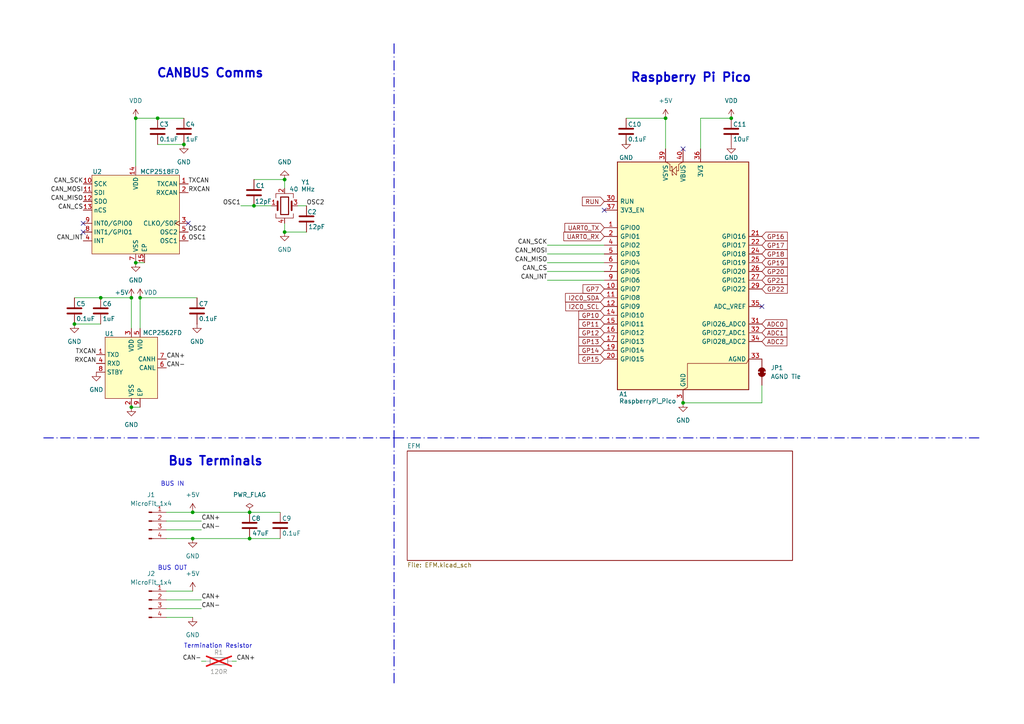
<source format=kicad_sch>
(kicad_sch (version 20250114) (generator "eeschema") (generator_version "9.0")
  (paper "A4")
  (title_block (title "LEOS Stack - Microcontroller & Connectivity") (date "2025-09-26") (rev "2") (company "VIP Lightning From the Edge of Space"))
  (lib_symbols
    (symbol "Connector:Conn_01x04_Pin" (pin_names (offset 1.016) (hide yes))
      (property "Reference" "J" (at 0 5.08 0))
      (property "Value" "Conn_01x04_Pin" (at 0 -7.62 0))
      (symbol "Conn_01x04_Pin_1_1"
        (rectangle (start 0.8636 2.667) (end 0 2.413) (stroke (width 0.1524)) (fill (type outline)))
        (rectangle (start 0.8636 0.127) (end 0 -0.127) (stroke (width 0.1524)) (fill (type outline)))
        (rectangle (start 0.8636 -2.413) (end 0 -2.667) (stroke (width 0.1524)) (fill (type outline)))
        (rectangle (start 0.8636 -4.953) (end 0 -5.207) (stroke (width 0.1524)) (fill (type outline)))
        (polyline (pts (xy 1.27 2.54) (xy 0.8636 2.54)) (stroke (width 0.1524)))
        (polyline (pts (xy 1.27 0) (xy 0.8636 0)) (stroke (width 0.1524)))
        (polyline (pts (xy 1.27 -2.54) (xy 0.8636 -2.54)) (stroke (width 0.1524)))
        (polyline (pts (xy 1.27 -5.08) (xy 0.8636 -5.08)) (stroke (width 0.1524)))
        (pin passive line (at 5.08 2.54 180) (length 3.81) (name "Pin_1") (number "1"))
        (pin passive line (at 5.08 0 180) (length 3.81) (name "Pin_2") (number "2"))
        (pin passive line (at 5.08 -2.54 180) (length 3.81) (name "Pin_3") (number "3"))
        (pin passive line (at 5.08 -5.08 180) (length 3.81) (name "Pin_4") (number "4"))
      )
    )
    (symbol "Device:C" (pin_numbers (hide yes)) (pin_names (offset 0.254))
      (property "Reference" "C" (at 0.635 2.54 0))
      (property "Value" "C" (at 0.635 -2.54 0))
      (symbol "C_0_1"
        (polyline (pts (xy -2.032 0.762) (xy 2.032 0.762)) (stroke (width 0.508)))
        (polyline (pts (xy -2.032 -0.762) (xy 2.032 -0.762)) (stroke (width 0.508)))
      )
      (symbol "C_1_1"
        (pin passive line (at 0 3.81 270) (length 2.794) (name "~") (number "1"))
        (pin passive line (at 0 -3.81 90) (length 2.794) (name "~") (number "2"))
      )
    )
    (symbol "Device:Crystal_GND24" (pin_names (offset 1.016) (hide yes))
      (property "Reference" "Y" (at 3.175 5.08 0))
      (property "Value" "Crystal_GND24" (at 3.175 3.175 0))
      (symbol "Crystal_GND24_0_1"
        (polyline (pts (xy -2.54 2.286) (xy -2.54 3.556) (xy 2.54 3.556) (xy 2.54 2.286)))
        (polyline (pts (xy -2.54 0) (xy -2.032 0)))
        (polyline (pts (xy -2.54 -2.286) (xy -2.54 -3.556) (xy 2.54 -3.556) (xy 2.54 -2.286)))
        (polyline (pts (xy -2.032 -1.27) (xy -2.032 1.27)) (stroke (width 0.508)))
        (rectangle (start -1.143 2.54) (end 1.143 -2.54) (stroke (width 0.3048)))
        (polyline (pts (xy 0 3.556) (xy 0 3.81)))
        (polyline (pts (xy 0 -3.81) (xy 0 -3.556)))
        (polyline (pts (xy 2.032 0) (xy 2.54 0)))
        (polyline (pts (xy 2.032 -1.27) (xy 2.032 1.27)) (stroke (width 0.508)))
      )
      (symbol "Crystal_GND24_1_1"
        (pin passive line (at -3.81 0 0) (length 1.27) (name "1") (number "1"))
        (pin passive line (at 0 5.08 270) (length 1.27) (name "2") (number "2"))
        (pin passive line (at 0 -5.08 90) (length 1.27) (name "4") (number "4"))
        (pin passive line (at 3.81 0 180) (length 1.27) (name "3") (number "3"))
      )
    )
    (symbol "Device:R" (pin_numbers (hide yes)) (pin_names (offset 0))
      (property "Reference" "R" (at 2.032 0 90))
      (property "Value" "R" (at 0 0 90))
      (symbol "R_0_1"
        (rectangle (start -1.016 -2.54) (end 1.016 2.54) (stroke (width 0.254)))
      )
      (symbol "R_1_1"
        (pin passive line (at 0 3.81 270) (length 1.27) (name "~") (number "1"))
        (pin passive line (at 0 -3.81 90) (length 1.27) (name "~") (number "2"))
      )
    )
    (symbol "Jumper:SolderJumper_2_Bridged" (pin_numbers (hide yes)) (pin_names (offset 0) (hide yes)) (in_bom no)
      (property "Reference" "JP" (at 0 2.032 0))
      (property "Value" "SolderJumper_2_Bridged" (at 0 -2.54 0))
      (symbol "SolderJumper_2_Bridged_0_1"
        (rectangle (start -0.508 0.508) (end 0.508 -0.508) (fill (type outline)))
        (polyline (pts (xy -0.254 1.016) (xy -0.254 -1.016)))
        (arc (start -0.254 -1.016) (mid -1.2656 0) (end -0.254 1.016))
        (arc (start -0.254 -1.016) (mid -1.2656 0) (end -0.254 1.016) (fill (type outline)))
        (arc (start 0.254 1.016) (mid 1.2656 0) (end 0.254 -1.016))
        (arc (start 0.254 1.016) (mid 1.2656 0) (end 0.254 -1.016) (fill (type outline)))
        (polyline (pts (xy 0.254 1.016) (xy 0.254 -1.016)))
      )
      (symbol "SolderJumper_2_Bridged_1_1"
        (pin passive line (at -3.81 0 0) (length 2.54) (name "A") (number "1"))
        (pin passive line (at 3.81 0 180) (length 2.54) (name "B") (number "2"))
      )
    )
    (symbol "LEOS:MCP2518FD"
      (property "Reference" "U" (at -11.684 11.43 0))
      (property "Value" "MCP2518FD" (at 6.604 11.43 0))
      (symbol "MCP2518FD_1_1"
        (rectangle (start -12.7 10.16) (end 12.7 -12.7) (fill (type background)))
        (pin input line (at -15.24 7.62 0) (length 2.54) (name "SCK") (number "10"))
        (pin input line (at -15.24 5.08 0) (length 2.54) (name "SDI") (number "11"))
        (pin output line (at -15.24 2.54 0) (length 2.54) (name "SDO") (number "12"))
        (pin input line (at -15.24 0 0) (length 2.54) (name "nCS") (number "13"))
        (pin bidirectional line (at -15.24 -3.81 0) (length 2.54) (name "INT0/GPIO0") (number "9"))
        (pin bidirectional line (at -15.24 -6.35 0) (length 2.54) (name "INT1/GPIO1") (number "8"))
        (pin output line (at -15.24 -8.89 0) (length 2.54) (name "INT") (number "4"))
        (pin power_in line (at 0 12.7 270) (length 2.54) (name "VDD") (number "14"))
        (pin power_in line (at 0 -15.24 90) (length 2.54) (name "VSS") (number "7"))
        (pin power_in line (at 2.54 -15.24 90) (length 2.54) (name "EP") (number "15"))
        (pin output line (at 15.24 7.62 180) (length 2.54) (name "TXCAN") (number "1"))
        (pin input line (at 15.24 5.08 180) (length 2.54) (name "RXCAN") (number "2"))
        (pin output clock (at 15.24 -3.81 180) (length 2.54) (name "CLKO/SOF") (number "3"))
        (pin output line (at 15.24 -6.35 180) (length 2.54) (name "OSC2") (number "5"))
        (pin input line (at 15.24 -8.89 180) (length 2.54) (name "OSC1") (number "6"))
      )
    )
    (symbol "LEOS:MCP2562FD"
      (property "Reference" "U" (at -6.858 9.906 0))
      (property "Value" "MCP2562FD" (at 8.636 9.906 0))
      (symbol "MCP2562FD_1_1"
        (rectangle (start -7.62 8.89) (end 7.62 -8.89) (fill (type background)))
        (pin input line (at -10.16 3.81 0) (length 2.54) (name "TXD") (number "1"))
        (pin output line (at -10.16 1.27 0) (length 2.54) (name "RXD") (number "4"))
        (pin input line (at -10.16 -1.27 0) (length 2.54) (name "STBY") (number "8"))
        (pin power_in line (at 0 11.43 270) (length 2.54) (name "VDD") (number "3"))
        (pin power_in line (at 0 -11.43 90) (length 2.54) (name "VSS") (number "2"))
        (pin power_in line (at 2.54 11.43 270) (length 2.54) (name "VIO") (number "5"))
        (pin power_in line (at 2.54 -11.43 90) (length 2.54) (name "EP") (number "9"))
        (pin bidirectional line (at 10.16 2.54 180) (length 2.54) (name "CANH") (number "7"))
        (pin bidirectional line (at 10.16 0 180) (length 2.54) (name "CANL") (number "6"))
      )
    )
    (symbol "MCU_Module:RaspberryPi_Pico" (pin_names (offset 0.762))
      (property "Reference" "A" (at -19.05 35.56 0))
      (property "Value" "RaspberryPi_Pico" (at 7.62 35.56 0))
      (symbol "RaspberryPi_Pico_0_1"
        (rectangle (start -19.05 34.29) (end 19.05 -31.75) (stroke (width 0.254)) (fill (type background)))
        (polyline (pts (xy -5.08 34.29) (xy -3.81 33.655) (xy -3.81 31.75) (xy -3.175 31.75)))
        (polyline (pts (xy -3.429 32.766) (xy -3.429 33.02) (xy -3.175 33.02) (xy -3.175 30.48) (xy -2.921 30.48) (xy -2.921 30.734)))
        (polyline (pts (xy -3.175 31.75) (xy -1.905 33.02) (xy -1.905 30.48) (xy -3.175 31.75)))
        (polyline (pts (xy 0 34.29) (xy -1.27 33.655) (xy -1.27 31.75) (xy -1.905 31.75)))
        (polyline (pts (xy 0 -31.75) (xy 1.27 -31.115) (xy 1.27 -24.13) (xy 18.415 -24.13) (xy 19.05 -22.86)))
      )
      (symbol "RaspberryPi_Pico_1_1"
        (pin passive line (at -22.86 22.86 0) (length 3.81) (name "RUN") (number "30"))
        (pin passive line (at -22.86 20.32 0) (length 3.81) (name "3V3_EN") (number "37"))
        (pin bidirectional line (at -22.86 15.24 0) (length 3.81) (name "GPIO0") (number "1"))
        (pin bidirectional line (at -22.86 12.7 0) (length 3.81) (name "GPIO1") (number "2"))
        (pin bidirectional line (at -22.86 10.16 0) (length 3.81) (name "GPIO2") (number "4"))
        (pin bidirectional line (at -22.86 7.62 0) (length 3.81) (name "GPIO3") (number "5"))
        (pin bidirectional line (at -22.86 5.08 0) (length 3.81) (name "GPIO4") (number "6"))
        (pin bidirectional line (at -22.86 2.54 0) (length 3.81) (name "GPIO5") (number "7"))
        (pin bidirectional line (at -22.86 0 0) (length 3.81) (name "GPIO6") (number "9"))
        (pin bidirectional line (at -22.86 -2.54 0) (length 3.81) (name "GPIO7") (number "10"))
        (pin bidirectional line (at -22.86 -5.08 0) (length 3.81) (name "GPIO8") (number "11"))
        (pin bidirectional line (at -22.86 -7.62 0) (length 3.81) (name "GPIO9") (number "12"))
        (pin bidirectional line (at -22.86 -10.16 0) (length 3.81) (name "GPIO10") (number "14"))
        (pin bidirectional line (at -22.86 -12.7 0) (length 3.81) (name "GPIO11") (number "15"))
        (pin bidirectional line (at -22.86 -15.24 0) (length 3.81) (name "GPIO12") (number "16"))
        (pin bidirectional line (at -22.86 -17.78 0) (length 3.81) (name "GPIO13") (number "17"))
        (pin bidirectional line (at -22.86 -20.32 0) (length 3.81) (name "GPIO14") (number "19"))
        (pin bidirectional line (at -22.86 -22.86 0) (length 3.81) (name "GPIO15") (number "20"))
        (pin power_in line (at -5.08 38.1 270) (length 3.81) (name "VSYS") (number "39"))
        (pin power_out line (at 0 38.1 270) (length 3.81) (name "VBUS") (number "40"))
        (pin passive line (at 0 -35.56 90) (length 3.81) (hide yes) (name "GND") (number "13"))
        (pin passive line (at 0 -35.56 90) (length 3.81) (hide yes) (name "GND") (number "18"))
        (pin passive line (at 0 -35.56 90) (length 3.81) (hide yes) (name "GND") (number "23"))
        (pin passive line (at 0 -35.56 90) (length 3.81) (hide yes) (name "GND") (number "28"))
        (pin power_out line (at 0 -35.56 90) (length 3.81) (name "GND") (number "3"))
        (pin passive line (at 0 -35.56 90) (length 3.81) (hide yes) (name "GND") (number "38"))
        (pin passive line (at 0 -35.56 90) (length 3.81) (hide yes) (name "GND") (number "8"))
        (pin power_out line (at 5.08 38.1 270) (length 3.81) (name "3V3") (number "36"))
        (pin bidirectional line (at 22.86 12.7 180) (length 3.81) (name "GPIO16") (number "21"))
        (pin bidirectional line (at 22.86 10.16 180) (length 3.81) (name "GPIO17") (number "22"))
        (pin bidirectional line (at 22.86 7.62 180) (length 3.81) (name "GPIO18") (number "24"))
        (pin bidirectional line (at 22.86 5.08 180) (length 3.81) (name "GPIO19") (number "25"))
        (pin bidirectional line (at 22.86 2.54 180) (length 3.81) (name "GPIO20") (number "26"))
        (pin bidirectional line (at 22.86 0 180) (length 3.81) (name "GPIO21") (number "27"))
        (pin bidirectional line (at 22.86 -2.54 180) (length 3.81) (name "GPIO22") (number "29"))
        (pin power_in line (at 22.86 -7.62 180) (length 3.81) (name "ADC_VREF") (number "35"))
        (pin bidirectional line (at 22.86 -12.7 180) (length 3.81) (name "GPIO26_ADC0") (number "31"))
        (pin bidirectional line (at 22.86 -15.24 180) (length 3.81) (name "GPIO27_ADC1") (number "32"))
        (pin bidirectional line (at 22.86 -17.78 180) (length 3.81) (name "GPIO28_ADC2") (number "34"))
        (pin power_out line (at 22.86 -22.86 180) (length 3.81) (name "AGND") (number "33"))
      )
    )
    (symbol "power:+5V" (power) (pin_numbers (hide yes)) (pin_names (offset 0) (hide yes))
      (property "Value" "+5V" (at 0 3.556 0))
      (symbol "+5V_0_1"
        (polyline (pts (xy -0.762 1.27) (xy 0 2.54)))
        (polyline (pts (xy 0 2.54) (xy 0.762 1.27)))
        (polyline (pts (xy 0 0) (xy 0 2.54)))
      )
      (symbol "+5V_1_1"
        (pin power_in line (at 0 0 90) (length 0) (name "~") (number "1"))
      )
    )
    (symbol "power:GND" (power) (pin_numbers (hide yes)) (pin_names (offset 0) (hide yes))
      (property "Value" "GND" (at 0 -3.81 0))
      (symbol "GND_0_1"
        (polyline (pts (xy 0 0) (xy 0 -1.27) (xy 1.27 -1.27) (xy 0 -2.54) (xy -1.27 -1.27) (xy 0 -1.27)))
      )
      (symbol "GND_1_1"
        (pin power_in line (at 0 0 270) (length 0) (name "~") (number "1"))
      )
    )
    (symbol "power:PWR_FLAG" (power) (pin_numbers (hide yes)) (pin_names (offset 0) (hide yes))
      (property "Value" "PWR_FLAG" (at 0 3.81 0))
      (symbol "PWR_FLAG_0_0"
        (pin power_out line (at 0 0 90) (length 0) (name "~") (number "1"))
      )
      (symbol "PWR_FLAG_0_1"
        (polyline (pts (xy 0 0) (xy 0 1.27) (xy -1.016 1.905) (xy 0 2.54) (xy 1.016 1.905) (xy 0 1.27)))
      )
    )
    (symbol "power:VDD" (power) (pin_numbers (hide yes)) (pin_names (offset 0) (hide yes))
      (property "Value" "VDD" (at 0 3.556 0))
      (symbol "VDD_0_1"
        (polyline (pts (xy -0.762 1.27) (xy 0 2.54)))
        (polyline (pts (xy 0 2.54) (xy 0.762 1.27)))
        (polyline (pts (xy 0 0) (xy 0 2.54)))
      )
      (symbol "VDD_1_1"
        (pin power_in line (at 0 0 90) (length 0) (name "~") (number "1"))
      )
    )
  )
  (text "CANBUS Comms" (at 60.96 21.336 0) (effects (font (size 2.54 2.54) (thickness 0.508) (bold yes))))
  (text "Raspberry Pi Pico" (at 200.406 22.606 0) (effects (font (size 2.54 2.54) (thickness 0.508) (bold yes))))
  (text "BUS IN" (at 50.038 140.462 0) (effects (font (size 1.27 1.27))))
  (text "Termination Resistor" (at 63.246 187.452 0) (effects (font (size 1.27 1.27))))
  (text "BUS OUT" (at 50.038 164.846 0) (effects (font (size 1.27 1.27))))
  (text "Bus Terminals" (at 62.484 133.858 0) (effects (font (size 2.54 2.54) (thickness 0.508) (bold yes))))
  (junction (at 29.21 86.36))
  (junction (at 73.66 59.69))
  (junction (at 21.59 93.98))
  (junction (at 82.55 52.07))
  (junction (at 212.09 34.29))
  (junction (at 72.39 148.59))
  (junction (at 55.88 148.59))
  (junction (at 38.1 118.11))
  (junction (at 82.55 67.31))
  (junction (at 38.1 86.36))
  (junction (at 55.88 156.21))
  (junction (at 45.72 34.29))
  (junction (at 53.34 41.91))
  (junction (at 39.37 76.2))
  (junction (at 72.39 156.21))
  (junction (at 198.12 116.84))
  (junction (at 40.64 86.36))
  (junction (at 39.37 34.29))
  (junction (at 193.04 34.29))
  (no_connect (at 198.12 43.18))
  (no_connect (at 175.26 60.96))
  (no_connect (at 24.13 67.31))
  (no_connect (at 54.61 64.77))
  (no_connect (at 220.98 88.9))
  (no_connect (at 24.13 64.77))
  (wire (pts (xy 45.72 34.29) (xy 53.34 34.29)))
  (wire (pts (xy 45.72 41.91) (xy 53.34 41.91)))
  (wire (pts (xy 48.26 173.99) (xy 58.42 173.99)))
  (polyline (pts (xy 139.7 127) (xy 284.48 127)) (stroke (width 0.254) (type dash_dot)))
  (wire (pts (xy 39.37 76.2) (xy 41.91 76.2)))
  (wire (pts (xy 48.26 156.21) (xy 55.88 156.21)))
  (wire (pts (xy 72.39 148.59) (xy 81.28 148.59)))
  (wire (pts (xy 73.66 52.07) (xy 82.55 52.07)))
  (wire (pts (xy 40.64 86.36) (xy 57.15 86.36)))
  (wire (pts (xy 181.61 34.29) (xy 193.04 34.29)))
  (wire (pts (xy 158.75 81.28) (xy 175.26 81.28)))
  (polyline (pts (xy 12.7 127) (xy 114.3 127)) (stroke (width 0.254) (type dash_dot)))
  (wire (pts (xy 73.66 59.69) (xy 78.74 59.69)))
  (wire (pts (xy 82.55 64.77) (xy 82.55 67.31)))
  (wire (pts (xy 198.12 116.84) (xy 220.98 116.84)))
  (wire (pts (xy 48.26 148.59) (xy 55.88 148.59)))
  (wire (pts (xy 48.26 151.13) (xy 58.42 151.13)))
  (wire (pts (xy 86.36 59.69) (xy 88.9 59.69)))
  (wire (pts (xy 38.1 118.11) (xy 40.64 118.11)))
  (wire (pts (xy 220.98 111.76) (xy 220.98 116.84)))
  (wire (pts (xy 158.75 76.2) (xy 175.26 76.2)))
  (wire (pts (xy 72.39 156.21) (xy 81.28 156.21)))
  (wire (pts (xy 48.26 176.53) (xy 58.42 176.53)))
  (wire (pts (xy 55.88 156.21) (xy 72.39 156.21)))
  (wire (pts (xy 158.75 71.12) (xy 175.26 71.12)))
  (wire (pts (xy 40.64 95.25) (xy 40.64 86.36)))
  (wire (pts (xy 58.42 191.77) (xy 59.69 191.77)))
  (polyline (pts (xy 114.3 127) (xy 114.3 198.12)) (stroke (width 0.254) (type dash_dot)))
  (wire (pts (xy 158.75 78.74) (xy 175.26 78.74)))
  (polyline (pts (xy 114.3 12.7) (xy 114.3 127)) (stroke (width 0.254) (type dash_dot)))
  (wire (pts (xy 193.04 34.29) (xy 193.04 43.18)))
  (wire (pts (xy 203.2 43.18) (xy 203.2 34.29)))
  (wire (pts (xy 158.75 73.66) (xy 175.26 73.66)))
  (wire (pts (xy 38.1 86.36) (xy 38.1 95.25)))
  (wire (pts (xy 39.37 34.29) (xy 45.72 34.29)))
  (wire (pts (xy 38.1 86.36) (xy 29.21 86.36)))
  (wire (pts (xy 48.26 171.45) (xy 55.88 171.45)))
  (wire (pts (xy 21.59 86.36) (xy 29.21 86.36)))
  (wire (pts (xy 203.2 34.29) (xy 212.09 34.29)))
  (wire (pts (xy 48.26 179.07) (xy 55.88 179.07)))
  (polyline (pts (xy 114.3 127) (xy 139.7 127)) (stroke (width 0.254) (type dash_dot)))
  (wire (pts (xy 39.37 34.29) (xy 39.37 48.26)))
  (wire (pts (xy 48.26 153.67) (xy 58.42 153.67)))
  (wire (pts (xy 55.88 148.59) (xy 72.39 148.59)))
  (wire (pts (xy 82.55 52.07) (xy 82.55 54.61)))
  (wire (pts (xy 21.59 93.98) (xy 29.21 93.98)))
  (wire (pts (xy 181.61 41.91) (xy 181.61 40.64)))
  (wire (pts (xy 82.55 67.31) (xy 88.9 67.31)))
  (wire (pts (xy 68.58 191.77) (xy 67.31 191.77)))
  (wire (pts (xy 69.85 59.69) (xy 73.66 59.69)))
  (label "CAN_MOSI" (at 158.75 73.66 180))
  (label "CAN+" (at 58.42 151.13 0))
  (label "CAN_INT" (at 158.75 81.28 180))
  (label "TXCAN" (at 54.61 53.34 0))
  (label "CAN+" (at 58.42 173.99 0))
  (label "TXCAN" (at 27.94 102.87 180))
  (label "OSC1" (at 69.85 59.69 180))
  (label "OSC1" (at 54.61 69.85 0))
  (label "CAN-" (at 58.42 176.53 0))
  (label "CAN_SCK" (at 158.75 71.12 180))
  (label "CAN_MISO" (at 24.13 58.42 180))
  (label "CAN_INT" (at 24.13 69.85 180))
  (label "CAN+" (at 48.26 104.14 0))
  (label "CAN_CS" (at 24.13 60.96 180))
  (label "CAN_SCK" (at 24.13 53.34 180))
  (label "OSC2" (at 54.61 67.31 0))
  (label "RXCAN" (at 54.61 55.88 0))
  (label "CAN-" (at 58.42 153.67 0))
  (label "CAN-" (at 58.42 191.77 180))
  (label "CAN_MOSI" (at 24.13 55.88 180))
  (label "RXCAN" (at 27.94 105.41 180))
  (label "CAN_MISO" (at 158.75 76.2 180))
  (label "CAN_CS" (at 158.75 78.74 180))
  (label "OSC2" (at 88.9 59.69 0))
  (label "CAN-" (at 48.26 106.68 0))
  (label "CAN+" (at 68.58 191.77 0))
  (global_label "GP12" (shape input) (at 175.26 96.52 180) (property "Intersheetrefs" "${INTERSHEET_REFS}" (effects (hide yes))))
  (global_label "GP13" (shape input) (at 175.26 99.06 180) (property "Intersheetrefs" "${INTERSHEET_REFS}" (effects (hide yes))))
  (global_label "UART0_TX" (shape input) (at 175.26 66.04 180) (property "Intersheetrefs" "${INTERSHEET_REFS}" (effects (hide yes))))
  (global_label "GP19" (shape input) (at 220.98 76.2 0) (property "Intersheetrefs" "${INTERSHEET_REFS}" (effects (hide yes))))
  (global_label "RUN" (shape input) (at 175.26 58.42 180) (property "Intersheetrefs" "${INTERSHEET_REFS}" (effects (hide yes))))
  (global_label "GP16" (shape input) (at 220.98 68.58 0) (property "Intersheetrefs" "${INTERSHEET_REFS}" (effects (hide yes))))
  (global_label "UART0_RX" (shape input) (at 175.26 68.58 180) (property "Intersheetrefs" "${INTERSHEET_REFS}" (effects (hide yes))))
  (global_label "GP15" (shape input) (at 175.26 104.14 180) (property "Intersheetrefs" "${INTERSHEET_REFS}" (effects (hide yes))))
  (global_label "GP21" (shape input) (at 220.98 81.28 0) (property "Intersheetrefs" "${INTERSHEET_REFS}" (effects (hide yes))))
  (global_label "ADC0" (shape input) (at 220.98 93.98 0) (property "Intersheetrefs" "${INTERSHEET_REFS}" (effects (hide yes))))
  (global_label "GP14" (shape input) (at 175.26 101.6 180) (property "Intersheetrefs" "${INTERSHEET_REFS}" (effects (hide yes))))
  (global_label "I2C0_SCL" (shape input) (at 175.26 88.9 180) (property "Intersheetrefs" "${INTERSHEET_REFS}" (effects (hide yes))))
  (global_label "I2C0_SDA" (shape input) (at 175.26 86.36 180) (property "Intersheetrefs" "${INTERSHEET_REFS}" (effects (hide yes))))
  (global_label "ADC2" (shape input) (at 220.98 99.06 0) (property "Intersheetrefs" "${INTERSHEET_REFS}" (effects (hide yes))))
  (global_label "GP18" (shape input) (at 220.98 73.66 0) (property "Intersheetrefs" "${INTERSHEET_REFS}" (effects (hide yes))))
  (global_label "GP22" (shape input) (at 220.98 83.82 0) (property "Intersheetrefs" "${INTERSHEET_REFS}" (effects (hide yes))))
  (global_label "GP11" (shape input) (at 175.26 93.98 180) (property "Intersheetrefs" "${INTERSHEET_REFS}" (effects (hide yes))))
  (global_label "GP17" (shape input) (at 220.98 71.12 0) (property "Intersheetrefs" "${INTERSHEET_REFS}" (effects (hide yes))))
  (global_label "GP20" (shape input) (at 220.98 78.74 0) (property "Intersheetrefs" "${INTERSHEET_REFS}" (effects (hide yes))))
  (global_label "GP7" (shape input) (at 175.26 83.82 180) (property "Intersheetrefs" "${INTERSHEET_REFS}" (effects (hide yes))))
  (global_label "GP10" (shape input) (at 175.26 91.44 180) (property "Intersheetrefs" "${INTERSHEET_REFS}" (effects (hide yes))))
  (global_label "ADC1" (shape input) (at 220.98 96.52 0) (property "Intersheetrefs" "${INTERSHEET_REFS}" (effects (hide yes))))
  (symbol (lib_id "Device:C") (at 72.39 152.4 0) (unit 1)
    (property "Reference" "C8" (at 72.898 150.368 0) (effects (justify left)))
    (property "Value" "47uF" (at 73.152 154.686 0) (effects (justify left)))
    (property "Footprint" "Capacitor_SMD:C_0603_1608Metric" (effects (hide yes)))
    (property "Description" "Unpolarized capacitor" (effects (hide yes)))
  )
  (symbol (lib_id "Connector:Conn_01x04_Pin") (at 43.18 151.13 0) (unit 1)
    (property "Reference" "J1" (at 43.815 143.51 0))
    (property "Value" "MicroFit_1x4" (at 43.815 146.05 0))
    (property "Footprint" "Connector_Molex:Molex_Micro-Fit_3.0_43650-0410_1x04-1MP_P3.00mm_Horizontal_PnP" (effects (hide yes)))
    (property "Description" "Generic connector, single row, 01x04, script generated" (effects (hide yes)))
  )
  (symbol (lib_id "MCU_Module:RaspberryPi_Pico") (at 198.12 81.28 0) (unit 1)
    (property "Reference" "A1" (at 179.578 114.3 0) (effects (justify left)))
    (property "Value" "RaspberryPi_Pico" (at 179.578 116.332 0) (effects (justify left)))
    (property "Footprint" "Module:RaspberryPi_Pico_Common_THT" (effects (hide yes)))
    (property "Datasheet" "https://datasheets.raspberrypi.com/pico/pico-datasheet.pdf" (effects (hide yes)))
    (property "Description" "Versatile and inexpensive microcontroller module powered by RP2040 dual-core Arm Cortex-M0+ processor up to 133 MHz, 264kB SRAM, 2MB QSPI flash; also supports Raspberry Pi Pico 2" (effects (hide yes)))
  )
  (symbol (lib_id "power:GND") (at 55.88 156.21 0) (unit 1)
    (property "Reference" "#PWR010" (effects (hide yes)))
    (property "Value" "GND" (at 55.88 161.29 0))
    (property "Description" "Power symbol creates a global label with name \"GND\" , ground" (effects (hide yes)))
  )
  (symbol (lib_id "power:GND") (at 82.55 67.31 0) (unit 1)
    (property "Reference" "#PWR06" (effects (hide yes)))
    (property "Value" "GND" (at 82.55 72.39 0))
    (property "Description" "Power symbol creates a global label with name \"GND\" , ground" (effects (hide yes)))
  )
  (symbol (lib_id "power:+5V") (at 38.1 86.36 0) (unit 1)
    (property "Reference" "#PWR03" (effects (hide yes)))
    (property "Value" "+5V" (at 35.306 84.836 0))
    (property "Description" "Power symbol creates a global label with name \"+5V\"" (effects (hide yes)))
  )
  (symbol (lib_id "power:GND") (at 181.61 40.64 0) (unit 1)
    (property "Reference" "#PWR019" (effects (hide yes)))
    (property "Value" "GND" (at 181.61 45.72 0))
    (property "Description" "Power symbol creates a global label with name \"GND\" , ground" (effects (hide yes)))
  )
  (symbol (lib_id "Device:C") (at 88.9 63.5 180) (unit 1)
    (property "Reference" "C2" (at 89.154 61.468 0) (effects (justify right)))
    (property "Value" "12pF" (at 89.408 65.786 0) (effects (justify right)))
    (property "Footprint" "Capacitor_SMD:C_0603_1608Metric" (effects (hide yes)))
    (property "Description" "Unpolarized capacitor" (effects (hide yes)))
  )
  (symbol (lib_id "power:GND") (at 198.12 116.84 0) (unit 1)
    (property "Reference" "#PWR016" (effects (hide yes)))
    (property "Value" "GND" (at 198.12 121.92 0))
    (property "Description" "Power symbol creates a global label with name \"GND\" , ground" (effects (hide yes)))
  )
  (symbol (lib_id "power:+5V") (at 55.88 148.59 0) (unit 1)
    (property "Reference" "#PWR09" (effects (hide yes)))
    (property "Value" "+5V" (at 55.88 143.51 0))
    (property "Description" "Power symbol creates a global label with name \"+5V\"" (effects (hide yes)))
  )
  (symbol (lib_id "power:GND") (at 82.55 52.07 180) (unit 1)
    (property "Reference" "#PWR07" (effects (hide yes)))
    (property "Value" "GND" (at 82.55 46.99 0))
    (property "Description" "Power symbol creates a global label with name \"GND\" , ground" (effects (hide yes)))
  )
  (symbol (lib_id "power:GND") (at 57.15 93.98 0) (unit 1)
    (property "Reference" "#PWR015" (effects (hide yes)))
    (property "Value" "GND" (at 57.15 99.06 0))
    (property "Description" "Power symbol creates a global label with name \"GND\" , ground" (effects (hide yes)))
  )
  (symbol (lib_id "power:PWR_FLAG") (at 72.39 148.59 0) (unit 1)
    (property "Reference" "#FLG01" (effects (hide yes)))
    (property "Value" "PWR_FLAG" (at 72.39 143.51 0))
    (property "Description" "Special symbol for telling ERC where power comes from" (effects (hide yes)))
  )
  (symbol (lib_id "power:GND") (at 53.34 41.91 0) (unit 1)
    (property "Reference" "#PWR04" (effects (hide yes)))
    (property "Value" "GND" (at 53.34 46.99 0))
    (property "Description" "Power symbol creates a global label with name \"GND\" , ground" (effects (hide yes)))
  )
  (symbol (lib_id "Device:C") (at 29.21 90.17 0) (unit 1)
    (property "Reference" "C6" (at 29.718 88.138 0) (effects (justify left)))
    (property "Value" "1uF" (at 29.718 92.456 0) (effects (justify left)))
    (property "Footprint" "Capacitor_SMD:C_0603_1608Metric" (effects (hide yes)))
    (property "Description" "Unpolarized capacitor" (effects (hide yes)))
  )
  (symbol (lib_id "Device:C") (at 21.59 90.17 0) (unit 1)
    (property "Reference" "C5" (at 22.098 88.138 0) (effects (justify left)))
    (property "Value" "0.1uF" (at 22.098 92.456 0) (effects (justify left)))
    (property "Footprint" "Capacitor_SMD:C_0603_1608Metric" (effects (hide yes)))
    (property "Description" "Unpolarized capacitor" (effects (hide yes)))
  )
  (symbol (lib_id "power:GND") (at 21.59 93.98 0) (unit 1)
    (property "Reference" "#PWR01" (effects (hide yes)))
    (property "Value" "GND" (at 21.59 99.06 0))
    (property "Description" "Power symbol creates a global label with name \"GND\" , ground" (effects (hide yes)))
  )
  (symbol (lib_id "power:GND") (at 27.94 107.95 0) (unit 1)
    (property "Reference" "#PWR08" (effects (hide yes)))
    (property "Value" "GND" (at 27.94 113.03 0))
    (property "Description" "Power symbol creates a global label with name \"GND\" , ground" (effects (hide yes)))
  )
  (symbol (lib_id "power:GND") (at 38.1 118.11 0) (unit 1)
    (property "Reference" "#PWR013" (effects (hide yes)))
    (property "Value" "GND" (at 38.1 123.19 0))
    (property "Description" "Power symbol creates a global label with name \"GND\" , ground" (effects (hide yes)))
  )
  (symbol (lib_id "power:GND") (at 212.09 41.91 0) (unit 1)
    (property "Reference" "#PWR021" (effects (hide yes)))
    (property "Value" "GND" (at 212.09 45.72 0))
    (property "Description" "Power symbol creates a global label with name \"GND\" , ground" (effects (hide yes)))
  )
  (symbol (lib_id "Device:C") (at 212.09 38.1 0) (unit 1)
    (property "Reference" "C11" (at 212.598 36.068 0) (effects (justify left)))
    (property "Value" "10uF" (at 212.598 40.386 0) (effects (justify left)))
    (property "Footprint" "Capacitor_SMD:C_0603_1608Metric" (effects (hide yes)))
    (property "Description" "Unpolarized capacitor" (effects (hide yes)))
  )
  (symbol (lib_id "power:+5V") (at 193.04 34.29 0) (unit 1)
    (property "Reference" "#PWR020" (effects (hide yes)))
    (property "Value" "+5V" (at 193.04 29.21 0))
    (property "Description" "Power symbol creates a global label with name \"+5V\"" (effects (hide yes)))
  )
  (symbol (lib_id "power:VDD") (at 40.64 86.36 0) (unit 1)
    (property "Reference" "#PWR014" (effects (hide yes)))
    (property "Value" "VDD" (at 43.688 84.836 0))
    (property "Description" "Power symbol creates a global label with name \"VDD\"" (effects (hide yes)))
  )
  (symbol (lib_id "Device:C") (at 53.34 38.1 0) (unit 1)
    (property "Reference" "C4" (at 53.848 36.068 0) (effects (justify left)))
    (property "Value" "1uF" (at 53.848 40.386 0) (effects (justify left)))
    (property "Footprint" "Capacitor_SMD:C_0603_1608Metric" (effects (hide yes)))
    (property "Description" "Unpolarized capacitor" (effects (hide yes)))
  )
  (symbol (lib_id "Device:C") (at 57.15 90.17 0) (unit 1)
    (property "Reference" "C7" (at 57.658 88.138 0) (effects (justify left)))
    (property "Value" "0.1uF" (at 57.658 92.456 0) (effects (justify left)))
    (property "Footprint" "Capacitor_SMD:C_0603_1608Metric" (effects (hide yes)))
    (property "Description" "Unpolarized capacitor" (effects (hide yes)))
  )
  (symbol (lib_id "power:VDD") (at 39.37 34.29 0) (unit 1)
    (property "Reference" "#PWR02" (effects (hide yes)))
    (property "Value" "VDD" (at 39.37 29.21 0))
    (property "Description" "Power symbol creates a global label with name \"VDD\"" (effects (hide yes)))
  )
  (symbol (lib_id "Device:C") (at 73.66 55.88 180) (unit 1)
    (property "Reference" "C1" (at 74.168 53.848 0) (effects (justify right)))
    (property "Value" "12pF" (at 73.914 58.42 0) (effects (justify right)))
    (property "Footprint" "Capacitor_SMD:C_0603_1608Metric" (effects (hide yes)))
    (property "Description" "Unpolarized capacitor" (effects (hide yes)))
  )
  (symbol (lib_id "LEOS:MCP2562FD") (at 38.1 106.68 0) (unit 1)
    (property "Reference" "U1" (at 31.75 96.774 0))
    (property "Value" "MCP2562FD" (at 41.402 96.52 0) (effects (justify left)))
    (property "Footprint" "Package_SO:SOIC-8_3.9x4.9mm_P1.27mm" (effects (hide yes)))
    (property "Datasheet" "https://ww1.microchip.com/downloads/en/devicedoc/20005284a.pdf" (effects (hide yes)))
    (property "Description" "High-Speed CAN Flexible Data Rate Transceiver" (effects (hide yes)))
  )
  (symbol (lib_id "Device:C") (at 81.28 152.4 0) (unit 1)
    (property "Reference" "C9" (at 81.788 150.368 0) (effects (justify left)))
    (property "Value" "0.1uF" (at 81.788 154.686 0) (effects (justify left)))
    (property "Footprint" "Capacitor_SMD:C_0603_1608Metric" (effects (hide yes)))
    (property "Description" "Unpolarized capacitor" (effects (hide yes)))
  )
  (symbol (lib_id "power:VDD") (at 212.09 34.29 0) (unit 1)
    (property "Reference" "#PWR022" (effects (hide yes)))
    (property "Value" "VDD" (at 212.09 29.21 0))
    (property "Description" "Power symbol creates a global label with name \"VDD\"" (effects (hide yes)))
  )
  (symbol (lib_id "power:GND") (at 39.37 76.2 0) (unit 1)
    (property "Reference" "#PWR05" (effects (hide yes)))
    (property "Value" "GND" (at 39.37 81.28 0))
    (property "Description" "Power symbol creates a global label with name \"GND\" , ground" (effects (hide yes)))
  )
  (symbol (lib_id "Device:R") (at 63.5 191.77 90) (unit 1) (dnp yes)
    (property "Reference" "R1" (at 64.77 189.23 90) (effects (justify left)))
    (property "Value" "120R" (at 66.04 194.818 90) (effects (justify left)))
    (property "Footprint" "Resistor_THT:R_Axial_DIN0207_L6.3mm_D2.5mm_P7.62mm_Horizontal" (effects (hide yes)))
    (property "Description" "Resistor" (effects (hide yes)))
  )
  (symbol (lib_id "Connector:Conn_01x04_Pin") (at 43.18 173.99 0) (unit 1)
    (property "Reference" "J2" (at 43.815 166.37 0))
    (property "Value" "MicroFit_1x4" (at 43.815 168.91 0))
    (property "Footprint" "Connector_Molex:Molex_Micro-Fit_3.0_43650-0410_1x04-1MP_P3.00mm_Horizontal_PnP" (effects (hide yes)))
    (property "Description" "Generic connector, single row, 01x04, script generated" (effects (hide yes)))
  )
  (symbol (lib_id "LEOS:MCP2518FD") (at 39.37 60.96 0) (unit 1)
    (property "Reference" "U2" (at 28.194 49.784 0))
    (property "Value" "MCP2518FD" (at 40.64 49.784 0) (effects (justify left)))
    (property "Footprint" "Package_SO:SOIC-14_3.9x8.7mm_P1.27mm" (effects (hide yes)))
    (property "Datasheet" "https://ww1.microchip.com/downloads/aemDocuments/documents/OTH/ProductDocuments/DataSheets/External-CAN-FD-Controller-with-SPI-Interface-DS20006027B.pdf" (effects (hide yes)))
    (property "Description" "External CAN FD Controller with SPI Interface" (effects (hide yes)))
  )
  (symbol (lib_id "Device:Crystal_GND24") (at 82.55 59.69 0) (unit 1)
    (property "Reference" "Y1" (at 88.646 52.832 0))
    (property "Value" "40 MHz" (at 87.63 54.864 0))
    (property "Footprint" "Crystal:Crystal_SMD_3225-4Pin_3.2x2.5mm_HandSoldering" (effects (hide yes)))
    (property "MPN" "C13738" (effects (hide yes)))
  )
  (symbol (lib_id "power:+5V") (at 55.88 171.45 0) (unit 1)
    (property "Reference" "#PWR011" (effects (hide yes)))
    (property "Value" "+5V" (at 55.88 166.37 0))
    (property "Description" "Power symbol creates a global label with name \"+5V\"" (effects (hide yes)))
  )
  (symbol (lib_id "power:GND") (at 55.88 179.07 0) (unit 1)
    (property "Reference" "#PWR012" (effects (hide yes)))
    (property "Value" "GND" (at 55.88 184.15 0))
    (property "Description" "Power symbol creates a global label with name \"GND\" , ground" (effects (hide yes)))
  )
  (symbol (lib_id "Jumper:SolderJumper_2_Bridged") (at 220.98 107.95 90) (unit 1) (in_bom no)
    (property "Reference" "JP1" (at 223.52 106.6799 90) (effects (justify right)))
    (property "Value" "AGND Tie" (at 223.52 109.2199 90) (effects (justify right)))
    (property "Footprint" "Jumper:SolderJumper-2_P1.3mm_Bridged_RoundedPad1.0x1.5mm" (effects (hide yes)))
    (property "Description" "Solder Jumper, 2-pole, closed/bridged" (effects (hide yes)))
  )
  (symbol (lib_id "Device:C") (at 45.72 38.1 0) (unit 1)
    (property "Reference" "C3" (at 46.228 36.068 0) (effects (justify left)))
    (property "Value" "0.1uF" (at 46.228 40.386 0) (effects (justify left)))
    (property "Footprint" "Capacitor_SMD:C_0603_1608Metric" (effects (hide yes)))
    (property "Description" "Unpolarized capacitor" (effects (hide yes)))
  )
  (symbol (lib_id "Device:C") (at 181.61 38.1 0) (unit 1)
    (property "Reference" "C10" (at 182.118 36.068 0) (effects (justify left)))
    (property "Value" "0.1uF" (at 182.118 40.386 0) (effects (justify left)))
    (property "Footprint" "Capacitor_SMD:C_0603_1608Metric" (effects (hide yes)))
    (property "Description" "Unpolarized capacitor" (effects (hide yes)))
  )
  (sheet (at 118.11 130.81) (size 111.76 31.75) (stroke (width 0.1524))
    (property "Sheetname" "EFM" (at 118.11 130.0984 0) (effects (justify left bottom)))
    (property "Sheetfile" "EFM.kicad_sch" (at 118.11 163.1446 0) (effects (justify left top)))
  )
)
</source>
